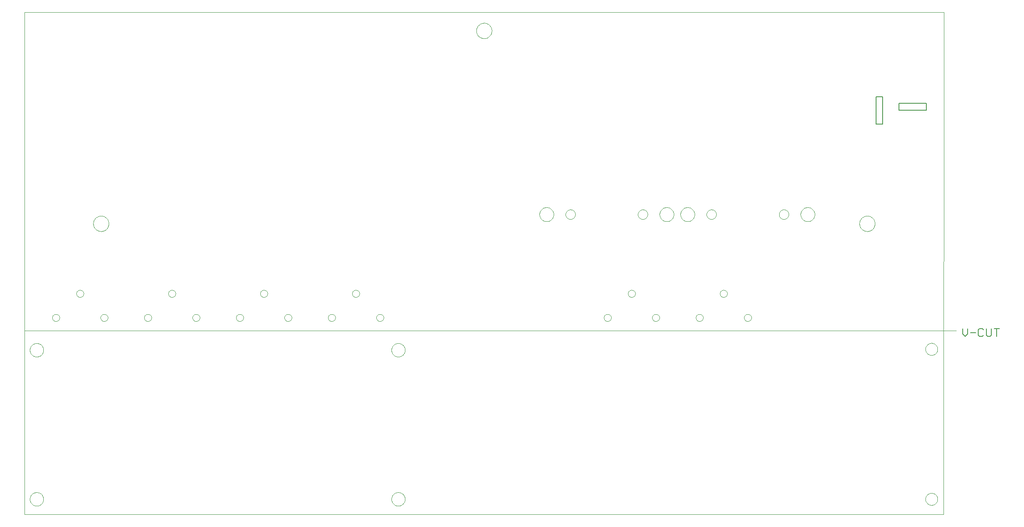
<source format=gbp>
G75*
%MOIN*%
%OFA0B0*%
%FSLAX24Y24*%
%IPPOS*%
%LPD*%
%AMOC8*
5,1,8,0,0,1.08239X$1,22.5*
%
%ADD10C,0.0000*%
%ADD11C,0.0060*%
%ADD12C,0.0050*%
D10*
X000500Y000250D02*
X000500Y015250D01*
X076500Y015250D01*
X074008Y013750D02*
X074010Y013794D01*
X074016Y013838D01*
X074026Y013881D01*
X074039Y013923D01*
X074057Y013963D01*
X074078Y014002D01*
X074102Y014039D01*
X074129Y014074D01*
X074160Y014106D01*
X074193Y014135D01*
X074229Y014161D01*
X074267Y014183D01*
X074307Y014202D01*
X074348Y014218D01*
X074391Y014230D01*
X074434Y014238D01*
X074478Y014242D01*
X074522Y014242D01*
X074566Y014238D01*
X074609Y014230D01*
X074652Y014218D01*
X074693Y014202D01*
X074733Y014183D01*
X074771Y014161D01*
X074807Y014135D01*
X074840Y014106D01*
X074871Y014074D01*
X074898Y014039D01*
X074922Y014002D01*
X074943Y013963D01*
X074961Y013923D01*
X074974Y013881D01*
X074984Y013838D01*
X074990Y013794D01*
X074992Y013750D01*
X074990Y013706D01*
X074984Y013662D01*
X074974Y013619D01*
X074961Y013577D01*
X074943Y013537D01*
X074922Y013498D01*
X074898Y013461D01*
X074871Y013426D01*
X074840Y013394D01*
X074807Y013365D01*
X074771Y013339D01*
X074733Y013317D01*
X074693Y013298D01*
X074652Y013282D01*
X074609Y013270D01*
X074566Y013262D01*
X074522Y013258D01*
X074478Y013258D01*
X074434Y013262D01*
X074391Y013270D01*
X074348Y013282D01*
X074307Y013298D01*
X074267Y013317D01*
X074229Y013339D01*
X074193Y013365D01*
X074160Y013394D01*
X074129Y013426D01*
X074102Y013461D01*
X074078Y013498D01*
X074057Y013537D01*
X074039Y013577D01*
X074026Y013619D01*
X074016Y013662D01*
X074010Y013706D01*
X074008Y013750D01*
X059213Y016313D02*
X059215Y016347D01*
X059221Y016381D01*
X059231Y016414D01*
X059244Y016445D01*
X059262Y016475D01*
X059282Y016503D01*
X059306Y016528D01*
X059332Y016550D01*
X059360Y016568D01*
X059391Y016584D01*
X059423Y016596D01*
X059457Y016604D01*
X059491Y016608D01*
X059525Y016608D01*
X059559Y016604D01*
X059593Y016596D01*
X059625Y016584D01*
X059655Y016568D01*
X059684Y016550D01*
X059710Y016528D01*
X059734Y016503D01*
X059754Y016475D01*
X059772Y016445D01*
X059785Y016414D01*
X059795Y016381D01*
X059801Y016347D01*
X059803Y016313D01*
X059801Y016279D01*
X059795Y016245D01*
X059785Y016212D01*
X059772Y016181D01*
X059754Y016151D01*
X059734Y016123D01*
X059710Y016098D01*
X059684Y016076D01*
X059656Y016058D01*
X059625Y016042D01*
X059593Y016030D01*
X059559Y016022D01*
X059525Y016018D01*
X059491Y016018D01*
X059457Y016022D01*
X059423Y016030D01*
X059391Y016042D01*
X059360Y016058D01*
X059332Y016076D01*
X059306Y016098D01*
X059282Y016123D01*
X059262Y016151D01*
X059244Y016181D01*
X059231Y016212D01*
X059221Y016245D01*
X059215Y016279D01*
X059213Y016313D01*
X055276Y016313D02*
X055278Y016347D01*
X055284Y016381D01*
X055294Y016414D01*
X055307Y016445D01*
X055325Y016475D01*
X055345Y016503D01*
X055369Y016528D01*
X055395Y016550D01*
X055423Y016568D01*
X055454Y016584D01*
X055486Y016596D01*
X055520Y016604D01*
X055554Y016608D01*
X055588Y016608D01*
X055622Y016604D01*
X055656Y016596D01*
X055688Y016584D01*
X055718Y016568D01*
X055747Y016550D01*
X055773Y016528D01*
X055797Y016503D01*
X055817Y016475D01*
X055835Y016445D01*
X055848Y016414D01*
X055858Y016381D01*
X055864Y016347D01*
X055866Y016313D01*
X055864Y016279D01*
X055858Y016245D01*
X055848Y016212D01*
X055835Y016181D01*
X055817Y016151D01*
X055797Y016123D01*
X055773Y016098D01*
X055747Y016076D01*
X055719Y016058D01*
X055688Y016042D01*
X055656Y016030D01*
X055622Y016022D01*
X055588Y016018D01*
X055554Y016018D01*
X055520Y016022D01*
X055486Y016030D01*
X055454Y016042D01*
X055423Y016058D01*
X055395Y016076D01*
X055369Y016098D01*
X055345Y016123D01*
X055325Y016151D01*
X055307Y016181D01*
X055294Y016212D01*
X055284Y016245D01*
X055278Y016279D01*
X055276Y016313D01*
X051713Y016313D02*
X051715Y016347D01*
X051721Y016381D01*
X051731Y016414D01*
X051744Y016445D01*
X051762Y016475D01*
X051782Y016503D01*
X051806Y016528D01*
X051832Y016550D01*
X051860Y016568D01*
X051891Y016584D01*
X051923Y016596D01*
X051957Y016604D01*
X051991Y016608D01*
X052025Y016608D01*
X052059Y016604D01*
X052093Y016596D01*
X052125Y016584D01*
X052155Y016568D01*
X052184Y016550D01*
X052210Y016528D01*
X052234Y016503D01*
X052254Y016475D01*
X052272Y016445D01*
X052285Y016414D01*
X052295Y016381D01*
X052301Y016347D01*
X052303Y016313D01*
X052301Y016279D01*
X052295Y016245D01*
X052285Y016212D01*
X052272Y016181D01*
X052254Y016151D01*
X052234Y016123D01*
X052210Y016098D01*
X052184Y016076D01*
X052156Y016058D01*
X052125Y016042D01*
X052093Y016030D01*
X052059Y016022D01*
X052025Y016018D01*
X051991Y016018D01*
X051957Y016022D01*
X051923Y016030D01*
X051891Y016042D01*
X051860Y016058D01*
X051832Y016076D01*
X051806Y016098D01*
X051782Y016123D01*
X051762Y016151D01*
X051744Y016181D01*
X051731Y016212D01*
X051721Y016245D01*
X051715Y016279D01*
X051713Y016313D01*
X049744Y018281D02*
X049746Y018315D01*
X049752Y018349D01*
X049762Y018382D01*
X049775Y018413D01*
X049793Y018443D01*
X049813Y018471D01*
X049837Y018496D01*
X049863Y018518D01*
X049891Y018536D01*
X049922Y018552D01*
X049954Y018564D01*
X049988Y018572D01*
X050022Y018576D01*
X050056Y018576D01*
X050090Y018572D01*
X050124Y018564D01*
X050156Y018552D01*
X050186Y018536D01*
X050215Y018518D01*
X050241Y018496D01*
X050265Y018471D01*
X050285Y018443D01*
X050303Y018413D01*
X050316Y018382D01*
X050326Y018349D01*
X050332Y018315D01*
X050334Y018281D01*
X050332Y018247D01*
X050326Y018213D01*
X050316Y018180D01*
X050303Y018149D01*
X050285Y018119D01*
X050265Y018091D01*
X050241Y018066D01*
X050215Y018044D01*
X050187Y018026D01*
X050156Y018010D01*
X050124Y017998D01*
X050090Y017990D01*
X050056Y017986D01*
X050022Y017986D01*
X049988Y017990D01*
X049954Y017998D01*
X049922Y018010D01*
X049891Y018026D01*
X049863Y018044D01*
X049837Y018066D01*
X049813Y018091D01*
X049793Y018119D01*
X049775Y018149D01*
X049762Y018180D01*
X049752Y018213D01*
X049746Y018247D01*
X049744Y018281D01*
X047776Y016313D02*
X047778Y016347D01*
X047784Y016381D01*
X047794Y016414D01*
X047807Y016445D01*
X047825Y016475D01*
X047845Y016503D01*
X047869Y016528D01*
X047895Y016550D01*
X047923Y016568D01*
X047954Y016584D01*
X047986Y016596D01*
X048020Y016604D01*
X048054Y016608D01*
X048088Y016608D01*
X048122Y016604D01*
X048156Y016596D01*
X048188Y016584D01*
X048218Y016568D01*
X048247Y016550D01*
X048273Y016528D01*
X048297Y016503D01*
X048317Y016475D01*
X048335Y016445D01*
X048348Y016414D01*
X048358Y016381D01*
X048364Y016347D01*
X048366Y016313D01*
X048364Y016279D01*
X048358Y016245D01*
X048348Y016212D01*
X048335Y016181D01*
X048317Y016151D01*
X048297Y016123D01*
X048273Y016098D01*
X048247Y016076D01*
X048219Y016058D01*
X048188Y016042D01*
X048156Y016030D01*
X048122Y016022D01*
X048088Y016018D01*
X048054Y016018D01*
X048020Y016022D01*
X047986Y016030D01*
X047954Y016042D01*
X047923Y016058D01*
X047895Y016076D01*
X047869Y016098D01*
X047845Y016123D01*
X047825Y016151D01*
X047807Y016181D01*
X047794Y016212D01*
X047784Y016245D01*
X047778Y016279D01*
X047776Y016313D01*
X057244Y018281D02*
X057246Y018315D01*
X057252Y018349D01*
X057262Y018382D01*
X057275Y018413D01*
X057293Y018443D01*
X057313Y018471D01*
X057337Y018496D01*
X057363Y018518D01*
X057391Y018536D01*
X057422Y018552D01*
X057454Y018564D01*
X057488Y018572D01*
X057522Y018576D01*
X057556Y018576D01*
X057590Y018572D01*
X057624Y018564D01*
X057656Y018552D01*
X057686Y018536D01*
X057715Y018518D01*
X057741Y018496D01*
X057765Y018471D01*
X057785Y018443D01*
X057803Y018413D01*
X057816Y018382D01*
X057826Y018349D01*
X057832Y018315D01*
X057834Y018281D01*
X057832Y018247D01*
X057826Y018213D01*
X057816Y018180D01*
X057803Y018149D01*
X057785Y018119D01*
X057765Y018091D01*
X057741Y018066D01*
X057715Y018044D01*
X057687Y018026D01*
X057656Y018010D01*
X057624Y017998D01*
X057590Y017990D01*
X057556Y017986D01*
X057522Y017986D01*
X057488Y017990D01*
X057454Y017998D01*
X057422Y018010D01*
X057391Y018026D01*
X057363Y018044D01*
X057337Y018066D01*
X057313Y018091D01*
X057293Y018119D01*
X057275Y018149D01*
X057262Y018180D01*
X057252Y018213D01*
X057246Y018247D01*
X057244Y018281D01*
X056151Y024750D02*
X056153Y024789D01*
X056159Y024828D01*
X056169Y024866D01*
X056182Y024903D01*
X056199Y024938D01*
X056219Y024972D01*
X056243Y025003D01*
X056270Y025032D01*
X056299Y025058D01*
X056331Y025081D01*
X056365Y025101D01*
X056401Y025117D01*
X056438Y025129D01*
X056477Y025138D01*
X056516Y025143D01*
X056555Y025144D01*
X056594Y025141D01*
X056633Y025134D01*
X056670Y025123D01*
X056707Y025109D01*
X056742Y025091D01*
X056775Y025070D01*
X056806Y025045D01*
X056834Y025018D01*
X056859Y024988D01*
X056881Y024955D01*
X056900Y024921D01*
X056915Y024885D01*
X056927Y024847D01*
X056935Y024809D01*
X056939Y024770D01*
X056939Y024730D01*
X056935Y024691D01*
X056927Y024653D01*
X056915Y024615D01*
X056900Y024579D01*
X056881Y024545D01*
X056859Y024512D01*
X056834Y024482D01*
X056806Y024455D01*
X056775Y024430D01*
X056742Y024409D01*
X056707Y024391D01*
X056670Y024377D01*
X056633Y024366D01*
X056594Y024359D01*
X056555Y024356D01*
X056516Y024357D01*
X056477Y024362D01*
X056438Y024371D01*
X056401Y024383D01*
X056365Y024399D01*
X056331Y024419D01*
X056299Y024442D01*
X056270Y024468D01*
X056243Y024497D01*
X056219Y024528D01*
X056199Y024562D01*
X056182Y024597D01*
X056169Y024634D01*
X056159Y024672D01*
X056153Y024711D01*
X056151Y024750D01*
X054025Y024750D02*
X054027Y024797D01*
X054033Y024845D01*
X054043Y024891D01*
X054056Y024937D01*
X054073Y024981D01*
X054094Y025024D01*
X054119Y025064D01*
X054146Y025103D01*
X054177Y025139D01*
X054211Y025173D01*
X054247Y025204D01*
X054286Y025231D01*
X054326Y025256D01*
X054369Y025277D01*
X054413Y025294D01*
X054459Y025307D01*
X054505Y025317D01*
X054553Y025323D01*
X054600Y025325D01*
X054647Y025323D01*
X054695Y025317D01*
X054741Y025307D01*
X054787Y025294D01*
X054831Y025277D01*
X054874Y025256D01*
X054914Y025231D01*
X054953Y025204D01*
X054989Y025173D01*
X055023Y025139D01*
X055054Y025103D01*
X055081Y025064D01*
X055106Y025024D01*
X055127Y024981D01*
X055144Y024937D01*
X055157Y024891D01*
X055167Y024845D01*
X055173Y024797D01*
X055175Y024750D01*
X055173Y024703D01*
X055167Y024655D01*
X055157Y024609D01*
X055144Y024563D01*
X055127Y024519D01*
X055106Y024476D01*
X055081Y024436D01*
X055054Y024397D01*
X055023Y024361D01*
X054989Y024327D01*
X054953Y024296D01*
X054914Y024269D01*
X054874Y024244D01*
X054831Y024223D01*
X054787Y024206D01*
X054741Y024193D01*
X054695Y024183D01*
X054647Y024177D01*
X054600Y024175D01*
X054553Y024177D01*
X054505Y024183D01*
X054459Y024193D01*
X054413Y024206D01*
X054369Y024223D01*
X054326Y024244D01*
X054286Y024269D01*
X054247Y024296D01*
X054211Y024327D01*
X054177Y024361D01*
X054146Y024397D01*
X054119Y024436D01*
X054094Y024476D01*
X054073Y024519D01*
X054056Y024563D01*
X054043Y024609D01*
X054033Y024655D01*
X054027Y024703D01*
X054025Y024750D01*
X052325Y024750D02*
X052327Y024797D01*
X052333Y024845D01*
X052343Y024891D01*
X052356Y024937D01*
X052373Y024981D01*
X052394Y025024D01*
X052419Y025064D01*
X052446Y025103D01*
X052477Y025139D01*
X052511Y025173D01*
X052547Y025204D01*
X052586Y025231D01*
X052626Y025256D01*
X052669Y025277D01*
X052713Y025294D01*
X052759Y025307D01*
X052805Y025317D01*
X052853Y025323D01*
X052900Y025325D01*
X052947Y025323D01*
X052995Y025317D01*
X053041Y025307D01*
X053087Y025294D01*
X053131Y025277D01*
X053174Y025256D01*
X053214Y025231D01*
X053253Y025204D01*
X053289Y025173D01*
X053323Y025139D01*
X053354Y025103D01*
X053381Y025064D01*
X053406Y025024D01*
X053427Y024981D01*
X053444Y024937D01*
X053457Y024891D01*
X053467Y024845D01*
X053473Y024797D01*
X053475Y024750D01*
X053473Y024703D01*
X053467Y024655D01*
X053457Y024609D01*
X053444Y024563D01*
X053427Y024519D01*
X053406Y024476D01*
X053381Y024436D01*
X053354Y024397D01*
X053323Y024361D01*
X053289Y024327D01*
X053253Y024296D01*
X053214Y024269D01*
X053174Y024244D01*
X053131Y024223D01*
X053087Y024206D01*
X053041Y024193D01*
X052995Y024183D01*
X052947Y024177D01*
X052900Y024175D01*
X052853Y024177D01*
X052805Y024183D01*
X052759Y024193D01*
X052713Y024206D01*
X052669Y024223D01*
X052626Y024244D01*
X052586Y024269D01*
X052547Y024296D01*
X052511Y024327D01*
X052477Y024361D01*
X052446Y024397D01*
X052419Y024436D01*
X052394Y024476D01*
X052373Y024519D01*
X052356Y024563D01*
X052343Y024609D01*
X052333Y024655D01*
X052327Y024703D01*
X052325Y024750D01*
X050551Y024750D02*
X050553Y024789D01*
X050559Y024828D01*
X050569Y024866D01*
X050582Y024903D01*
X050599Y024938D01*
X050619Y024972D01*
X050643Y025003D01*
X050670Y025032D01*
X050699Y025058D01*
X050731Y025081D01*
X050765Y025101D01*
X050801Y025117D01*
X050838Y025129D01*
X050877Y025138D01*
X050916Y025143D01*
X050955Y025144D01*
X050994Y025141D01*
X051033Y025134D01*
X051070Y025123D01*
X051107Y025109D01*
X051142Y025091D01*
X051175Y025070D01*
X051206Y025045D01*
X051234Y025018D01*
X051259Y024988D01*
X051281Y024955D01*
X051300Y024921D01*
X051315Y024885D01*
X051327Y024847D01*
X051335Y024809D01*
X051339Y024770D01*
X051339Y024730D01*
X051335Y024691D01*
X051327Y024653D01*
X051315Y024615D01*
X051300Y024579D01*
X051281Y024545D01*
X051259Y024512D01*
X051234Y024482D01*
X051206Y024455D01*
X051175Y024430D01*
X051142Y024409D01*
X051107Y024391D01*
X051070Y024377D01*
X051033Y024366D01*
X050994Y024359D01*
X050955Y024356D01*
X050916Y024357D01*
X050877Y024362D01*
X050838Y024371D01*
X050801Y024383D01*
X050765Y024399D01*
X050731Y024419D01*
X050699Y024442D01*
X050670Y024468D01*
X050643Y024497D01*
X050619Y024528D01*
X050599Y024562D01*
X050582Y024597D01*
X050569Y024634D01*
X050559Y024672D01*
X050553Y024711D01*
X050551Y024750D01*
X044651Y024750D02*
X044653Y024789D01*
X044659Y024828D01*
X044669Y024866D01*
X044682Y024903D01*
X044699Y024938D01*
X044719Y024972D01*
X044743Y025003D01*
X044770Y025032D01*
X044799Y025058D01*
X044831Y025081D01*
X044865Y025101D01*
X044901Y025117D01*
X044938Y025129D01*
X044977Y025138D01*
X045016Y025143D01*
X045055Y025144D01*
X045094Y025141D01*
X045133Y025134D01*
X045170Y025123D01*
X045207Y025109D01*
X045242Y025091D01*
X045275Y025070D01*
X045306Y025045D01*
X045334Y025018D01*
X045359Y024988D01*
X045381Y024955D01*
X045400Y024921D01*
X045415Y024885D01*
X045427Y024847D01*
X045435Y024809D01*
X045439Y024770D01*
X045439Y024730D01*
X045435Y024691D01*
X045427Y024653D01*
X045415Y024615D01*
X045400Y024579D01*
X045381Y024545D01*
X045359Y024512D01*
X045334Y024482D01*
X045306Y024455D01*
X045275Y024430D01*
X045242Y024409D01*
X045207Y024391D01*
X045170Y024377D01*
X045133Y024366D01*
X045094Y024359D01*
X045055Y024356D01*
X045016Y024357D01*
X044977Y024362D01*
X044938Y024371D01*
X044901Y024383D01*
X044865Y024399D01*
X044831Y024419D01*
X044799Y024442D01*
X044770Y024468D01*
X044743Y024497D01*
X044719Y024528D01*
X044699Y024562D01*
X044682Y024597D01*
X044669Y024634D01*
X044659Y024672D01*
X044653Y024711D01*
X044651Y024750D01*
X042525Y024750D02*
X042527Y024797D01*
X042533Y024845D01*
X042543Y024891D01*
X042556Y024937D01*
X042573Y024981D01*
X042594Y025024D01*
X042619Y025064D01*
X042646Y025103D01*
X042677Y025139D01*
X042711Y025173D01*
X042747Y025204D01*
X042786Y025231D01*
X042826Y025256D01*
X042869Y025277D01*
X042913Y025294D01*
X042959Y025307D01*
X043005Y025317D01*
X043053Y025323D01*
X043100Y025325D01*
X043147Y025323D01*
X043195Y025317D01*
X043241Y025307D01*
X043287Y025294D01*
X043331Y025277D01*
X043374Y025256D01*
X043414Y025231D01*
X043453Y025204D01*
X043489Y025173D01*
X043523Y025139D01*
X043554Y025103D01*
X043581Y025064D01*
X043606Y025024D01*
X043627Y024981D01*
X043644Y024937D01*
X043657Y024891D01*
X043667Y024845D01*
X043673Y024797D01*
X043675Y024750D01*
X043673Y024703D01*
X043667Y024655D01*
X043657Y024609D01*
X043644Y024563D01*
X043627Y024519D01*
X043606Y024476D01*
X043581Y024436D01*
X043554Y024397D01*
X043523Y024361D01*
X043489Y024327D01*
X043453Y024296D01*
X043414Y024269D01*
X043374Y024244D01*
X043331Y024223D01*
X043287Y024206D01*
X043241Y024193D01*
X043195Y024183D01*
X043147Y024177D01*
X043100Y024175D01*
X043053Y024177D01*
X043005Y024183D01*
X042959Y024193D01*
X042913Y024206D01*
X042869Y024223D01*
X042826Y024244D01*
X042786Y024269D01*
X042747Y024296D01*
X042711Y024327D01*
X042677Y024361D01*
X042646Y024397D01*
X042619Y024436D01*
X042594Y024476D01*
X042573Y024519D01*
X042556Y024563D01*
X042543Y024609D01*
X042533Y024655D01*
X042527Y024703D01*
X042525Y024750D01*
X027244Y018281D02*
X027246Y018315D01*
X027252Y018349D01*
X027262Y018382D01*
X027275Y018413D01*
X027293Y018443D01*
X027313Y018471D01*
X027337Y018496D01*
X027363Y018518D01*
X027391Y018536D01*
X027422Y018552D01*
X027454Y018564D01*
X027488Y018572D01*
X027522Y018576D01*
X027556Y018576D01*
X027590Y018572D01*
X027624Y018564D01*
X027656Y018552D01*
X027686Y018536D01*
X027715Y018518D01*
X027741Y018496D01*
X027765Y018471D01*
X027785Y018443D01*
X027803Y018413D01*
X027816Y018382D01*
X027826Y018349D01*
X027832Y018315D01*
X027834Y018281D01*
X027832Y018247D01*
X027826Y018213D01*
X027816Y018180D01*
X027803Y018149D01*
X027785Y018119D01*
X027765Y018091D01*
X027741Y018066D01*
X027715Y018044D01*
X027687Y018026D01*
X027656Y018010D01*
X027624Y017998D01*
X027590Y017990D01*
X027556Y017986D01*
X027522Y017986D01*
X027488Y017990D01*
X027454Y017998D01*
X027422Y018010D01*
X027391Y018026D01*
X027363Y018044D01*
X027337Y018066D01*
X027313Y018091D01*
X027293Y018119D01*
X027275Y018149D01*
X027262Y018180D01*
X027252Y018213D01*
X027246Y018247D01*
X027244Y018281D01*
X025276Y016313D02*
X025278Y016347D01*
X025284Y016381D01*
X025294Y016414D01*
X025307Y016445D01*
X025325Y016475D01*
X025345Y016503D01*
X025369Y016528D01*
X025395Y016550D01*
X025423Y016568D01*
X025454Y016584D01*
X025486Y016596D01*
X025520Y016604D01*
X025554Y016608D01*
X025588Y016608D01*
X025622Y016604D01*
X025656Y016596D01*
X025688Y016584D01*
X025718Y016568D01*
X025747Y016550D01*
X025773Y016528D01*
X025797Y016503D01*
X025817Y016475D01*
X025835Y016445D01*
X025848Y016414D01*
X025858Y016381D01*
X025864Y016347D01*
X025866Y016313D01*
X025864Y016279D01*
X025858Y016245D01*
X025848Y016212D01*
X025835Y016181D01*
X025817Y016151D01*
X025797Y016123D01*
X025773Y016098D01*
X025747Y016076D01*
X025719Y016058D01*
X025688Y016042D01*
X025656Y016030D01*
X025622Y016022D01*
X025588Y016018D01*
X025554Y016018D01*
X025520Y016022D01*
X025486Y016030D01*
X025454Y016042D01*
X025423Y016058D01*
X025395Y016076D01*
X025369Y016098D01*
X025345Y016123D01*
X025325Y016151D01*
X025307Y016181D01*
X025294Y016212D01*
X025284Y016245D01*
X025278Y016279D01*
X025276Y016313D01*
X021713Y016313D02*
X021715Y016347D01*
X021721Y016381D01*
X021731Y016414D01*
X021744Y016445D01*
X021762Y016475D01*
X021782Y016503D01*
X021806Y016528D01*
X021832Y016550D01*
X021860Y016568D01*
X021891Y016584D01*
X021923Y016596D01*
X021957Y016604D01*
X021991Y016608D01*
X022025Y016608D01*
X022059Y016604D01*
X022093Y016596D01*
X022125Y016584D01*
X022155Y016568D01*
X022184Y016550D01*
X022210Y016528D01*
X022234Y016503D01*
X022254Y016475D01*
X022272Y016445D01*
X022285Y016414D01*
X022295Y016381D01*
X022301Y016347D01*
X022303Y016313D01*
X022301Y016279D01*
X022295Y016245D01*
X022285Y016212D01*
X022272Y016181D01*
X022254Y016151D01*
X022234Y016123D01*
X022210Y016098D01*
X022184Y016076D01*
X022156Y016058D01*
X022125Y016042D01*
X022093Y016030D01*
X022059Y016022D01*
X022025Y016018D01*
X021991Y016018D01*
X021957Y016022D01*
X021923Y016030D01*
X021891Y016042D01*
X021860Y016058D01*
X021832Y016076D01*
X021806Y016098D01*
X021782Y016123D01*
X021762Y016151D01*
X021744Y016181D01*
X021731Y016212D01*
X021721Y016245D01*
X021715Y016279D01*
X021713Y016313D01*
X019744Y018281D02*
X019746Y018315D01*
X019752Y018349D01*
X019762Y018382D01*
X019775Y018413D01*
X019793Y018443D01*
X019813Y018471D01*
X019837Y018496D01*
X019863Y018518D01*
X019891Y018536D01*
X019922Y018552D01*
X019954Y018564D01*
X019988Y018572D01*
X020022Y018576D01*
X020056Y018576D01*
X020090Y018572D01*
X020124Y018564D01*
X020156Y018552D01*
X020186Y018536D01*
X020215Y018518D01*
X020241Y018496D01*
X020265Y018471D01*
X020285Y018443D01*
X020303Y018413D01*
X020316Y018382D01*
X020326Y018349D01*
X020332Y018315D01*
X020334Y018281D01*
X020332Y018247D01*
X020326Y018213D01*
X020316Y018180D01*
X020303Y018149D01*
X020285Y018119D01*
X020265Y018091D01*
X020241Y018066D01*
X020215Y018044D01*
X020187Y018026D01*
X020156Y018010D01*
X020124Y017998D01*
X020090Y017990D01*
X020056Y017986D01*
X020022Y017986D01*
X019988Y017990D01*
X019954Y017998D01*
X019922Y018010D01*
X019891Y018026D01*
X019863Y018044D01*
X019837Y018066D01*
X019813Y018091D01*
X019793Y018119D01*
X019775Y018149D01*
X019762Y018180D01*
X019752Y018213D01*
X019746Y018247D01*
X019744Y018281D01*
X017776Y016313D02*
X017778Y016347D01*
X017784Y016381D01*
X017794Y016414D01*
X017807Y016445D01*
X017825Y016475D01*
X017845Y016503D01*
X017869Y016528D01*
X017895Y016550D01*
X017923Y016568D01*
X017954Y016584D01*
X017986Y016596D01*
X018020Y016604D01*
X018054Y016608D01*
X018088Y016608D01*
X018122Y016604D01*
X018156Y016596D01*
X018188Y016584D01*
X018218Y016568D01*
X018247Y016550D01*
X018273Y016528D01*
X018297Y016503D01*
X018317Y016475D01*
X018335Y016445D01*
X018348Y016414D01*
X018358Y016381D01*
X018364Y016347D01*
X018366Y016313D01*
X018364Y016279D01*
X018358Y016245D01*
X018348Y016212D01*
X018335Y016181D01*
X018317Y016151D01*
X018297Y016123D01*
X018273Y016098D01*
X018247Y016076D01*
X018219Y016058D01*
X018188Y016042D01*
X018156Y016030D01*
X018122Y016022D01*
X018088Y016018D01*
X018054Y016018D01*
X018020Y016022D01*
X017986Y016030D01*
X017954Y016042D01*
X017923Y016058D01*
X017895Y016076D01*
X017869Y016098D01*
X017845Y016123D01*
X017825Y016151D01*
X017807Y016181D01*
X017794Y016212D01*
X017784Y016245D01*
X017778Y016279D01*
X017776Y016313D01*
X014213Y016313D02*
X014215Y016347D01*
X014221Y016381D01*
X014231Y016414D01*
X014244Y016445D01*
X014262Y016475D01*
X014282Y016503D01*
X014306Y016528D01*
X014332Y016550D01*
X014360Y016568D01*
X014391Y016584D01*
X014423Y016596D01*
X014457Y016604D01*
X014491Y016608D01*
X014525Y016608D01*
X014559Y016604D01*
X014593Y016596D01*
X014625Y016584D01*
X014655Y016568D01*
X014684Y016550D01*
X014710Y016528D01*
X014734Y016503D01*
X014754Y016475D01*
X014772Y016445D01*
X014785Y016414D01*
X014795Y016381D01*
X014801Y016347D01*
X014803Y016313D01*
X014801Y016279D01*
X014795Y016245D01*
X014785Y016212D01*
X014772Y016181D01*
X014754Y016151D01*
X014734Y016123D01*
X014710Y016098D01*
X014684Y016076D01*
X014656Y016058D01*
X014625Y016042D01*
X014593Y016030D01*
X014559Y016022D01*
X014525Y016018D01*
X014491Y016018D01*
X014457Y016022D01*
X014423Y016030D01*
X014391Y016042D01*
X014360Y016058D01*
X014332Y016076D01*
X014306Y016098D01*
X014282Y016123D01*
X014262Y016151D01*
X014244Y016181D01*
X014231Y016212D01*
X014221Y016245D01*
X014215Y016279D01*
X014213Y016313D01*
X010276Y016313D02*
X010278Y016347D01*
X010284Y016381D01*
X010294Y016414D01*
X010307Y016445D01*
X010325Y016475D01*
X010345Y016503D01*
X010369Y016528D01*
X010395Y016550D01*
X010423Y016568D01*
X010454Y016584D01*
X010486Y016596D01*
X010520Y016604D01*
X010554Y016608D01*
X010588Y016608D01*
X010622Y016604D01*
X010656Y016596D01*
X010688Y016584D01*
X010718Y016568D01*
X010747Y016550D01*
X010773Y016528D01*
X010797Y016503D01*
X010817Y016475D01*
X010835Y016445D01*
X010848Y016414D01*
X010858Y016381D01*
X010864Y016347D01*
X010866Y016313D01*
X010864Y016279D01*
X010858Y016245D01*
X010848Y016212D01*
X010835Y016181D01*
X010817Y016151D01*
X010797Y016123D01*
X010773Y016098D01*
X010747Y016076D01*
X010719Y016058D01*
X010688Y016042D01*
X010656Y016030D01*
X010622Y016022D01*
X010588Y016018D01*
X010554Y016018D01*
X010520Y016022D01*
X010486Y016030D01*
X010454Y016042D01*
X010423Y016058D01*
X010395Y016076D01*
X010369Y016098D01*
X010345Y016123D01*
X010325Y016151D01*
X010307Y016181D01*
X010294Y016212D01*
X010284Y016245D01*
X010278Y016279D01*
X010276Y016313D01*
X006713Y016313D02*
X006715Y016347D01*
X006721Y016381D01*
X006731Y016414D01*
X006744Y016445D01*
X006762Y016475D01*
X006782Y016503D01*
X006806Y016528D01*
X006832Y016550D01*
X006860Y016568D01*
X006891Y016584D01*
X006923Y016596D01*
X006957Y016604D01*
X006991Y016608D01*
X007025Y016608D01*
X007059Y016604D01*
X007093Y016596D01*
X007125Y016584D01*
X007155Y016568D01*
X007184Y016550D01*
X007210Y016528D01*
X007234Y016503D01*
X007254Y016475D01*
X007272Y016445D01*
X007285Y016414D01*
X007295Y016381D01*
X007301Y016347D01*
X007303Y016313D01*
X007301Y016279D01*
X007295Y016245D01*
X007285Y016212D01*
X007272Y016181D01*
X007254Y016151D01*
X007234Y016123D01*
X007210Y016098D01*
X007184Y016076D01*
X007156Y016058D01*
X007125Y016042D01*
X007093Y016030D01*
X007059Y016022D01*
X007025Y016018D01*
X006991Y016018D01*
X006957Y016022D01*
X006923Y016030D01*
X006891Y016042D01*
X006860Y016058D01*
X006832Y016076D01*
X006806Y016098D01*
X006782Y016123D01*
X006762Y016151D01*
X006744Y016181D01*
X006731Y016212D01*
X006721Y016245D01*
X006715Y016279D01*
X006713Y016313D01*
X004744Y018281D02*
X004746Y018315D01*
X004752Y018349D01*
X004762Y018382D01*
X004775Y018413D01*
X004793Y018443D01*
X004813Y018471D01*
X004837Y018496D01*
X004863Y018518D01*
X004891Y018536D01*
X004922Y018552D01*
X004954Y018564D01*
X004988Y018572D01*
X005022Y018576D01*
X005056Y018576D01*
X005090Y018572D01*
X005124Y018564D01*
X005156Y018552D01*
X005186Y018536D01*
X005215Y018518D01*
X005241Y018496D01*
X005265Y018471D01*
X005285Y018443D01*
X005303Y018413D01*
X005316Y018382D01*
X005326Y018349D01*
X005332Y018315D01*
X005334Y018281D01*
X005332Y018247D01*
X005326Y018213D01*
X005316Y018180D01*
X005303Y018149D01*
X005285Y018119D01*
X005265Y018091D01*
X005241Y018066D01*
X005215Y018044D01*
X005187Y018026D01*
X005156Y018010D01*
X005124Y017998D01*
X005090Y017990D01*
X005056Y017986D01*
X005022Y017986D01*
X004988Y017990D01*
X004954Y017998D01*
X004922Y018010D01*
X004891Y018026D01*
X004863Y018044D01*
X004837Y018066D01*
X004813Y018091D01*
X004793Y018119D01*
X004775Y018149D01*
X004762Y018180D01*
X004752Y018213D01*
X004746Y018247D01*
X004744Y018281D01*
X002776Y016313D02*
X002778Y016347D01*
X002784Y016381D01*
X002794Y016414D01*
X002807Y016445D01*
X002825Y016475D01*
X002845Y016503D01*
X002869Y016528D01*
X002895Y016550D01*
X002923Y016568D01*
X002954Y016584D01*
X002986Y016596D01*
X003020Y016604D01*
X003054Y016608D01*
X003088Y016608D01*
X003122Y016604D01*
X003156Y016596D01*
X003188Y016584D01*
X003218Y016568D01*
X003247Y016550D01*
X003273Y016528D01*
X003297Y016503D01*
X003317Y016475D01*
X003335Y016445D01*
X003348Y016414D01*
X003358Y016381D01*
X003364Y016347D01*
X003366Y016313D01*
X003364Y016279D01*
X003358Y016245D01*
X003348Y016212D01*
X003335Y016181D01*
X003317Y016151D01*
X003297Y016123D01*
X003273Y016098D01*
X003247Y016076D01*
X003219Y016058D01*
X003188Y016042D01*
X003156Y016030D01*
X003122Y016022D01*
X003088Y016018D01*
X003054Y016018D01*
X003020Y016022D01*
X002986Y016030D01*
X002954Y016042D01*
X002923Y016058D01*
X002895Y016076D01*
X002869Y016098D01*
X002845Y016123D01*
X002825Y016151D01*
X002807Y016181D01*
X002794Y016212D01*
X002784Y016245D01*
X002778Y016279D01*
X002776Y016313D01*
X000500Y015250D02*
X000500Y041250D01*
X075500Y041250D01*
X075492Y000250D01*
X000500Y000250D01*
X000949Y001500D02*
X000951Y001547D01*
X000957Y001593D01*
X000967Y001639D01*
X000980Y001684D01*
X000998Y001727D01*
X001019Y001769D01*
X001043Y001809D01*
X001071Y001846D01*
X001102Y001881D01*
X001136Y001914D01*
X001172Y001943D01*
X001211Y001969D01*
X001252Y001992D01*
X001295Y002011D01*
X001339Y002027D01*
X001384Y002039D01*
X001430Y002047D01*
X001477Y002051D01*
X001523Y002051D01*
X001570Y002047D01*
X001616Y002039D01*
X001661Y002027D01*
X001705Y002011D01*
X001748Y001992D01*
X001789Y001969D01*
X001828Y001943D01*
X001864Y001914D01*
X001898Y001881D01*
X001929Y001846D01*
X001957Y001809D01*
X001981Y001769D01*
X002002Y001727D01*
X002020Y001684D01*
X002033Y001639D01*
X002043Y001593D01*
X002049Y001547D01*
X002051Y001500D01*
X002049Y001453D01*
X002043Y001407D01*
X002033Y001361D01*
X002020Y001316D01*
X002002Y001273D01*
X001981Y001231D01*
X001957Y001191D01*
X001929Y001154D01*
X001898Y001119D01*
X001864Y001086D01*
X001828Y001057D01*
X001789Y001031D01*
X001748Y001008D01*
X001705Y000989D01*
X001661Y000973D01*
X001616Y000961D01*
X001570Y000953D01*
X001523Y000949D01*
X001477Y000949D01*
X001430Y000953D01*
X001384Y000961D01*
X001339Y000973D01*
X001295Y000989D01*
X001252Y001008D01*
X001211Y001031D01*
X001172Y001057D01*
X001136Y001086D01*
X001102Y001119D01*
X001071Y001154D01*
X001043Y001191D01*
X001019Y001231D01*
X000998Y001273D01*
X000980Y001316D01*
X000967Y001361D01*
X000957Y001407D01*
X000951Y001453D01*
X000949Y001500D01*
X000949Y013673D02*
X000951Y013720D01*
X000957Y013766D01*
X000967Y013812D01*
X000980Y013857D01*
X000998Y013900D01*
X001019Y013942D01*
X001043Y013982D01*
X001071Y014019D01*
X001102Y014054D01*
X001136Y014087D01*
X001172Y014116D01*
X001211Y014142D01*
X001252Y014165D01*
X001295Y014184D01*
X001339Y014200D01*
X001384Y014212D01*
X001430Y014220D01*
X001477Y014224D01*
X001523Y014224D01*
X001570Y014220D01*
X001616Y014212D01*
X001661Y014200D01*
X001705Y014184D01*
X001748Y014165D01*
X001789Y014142D01*
X001828Y014116D01*
X001864Y014087D01*
X001898Y014054D01*
X001929Y014019D01*
X001957Y013982D01*
X001981Y013942D01*
X002002Y013900D01*
X002020Y013857D01*
X002033Y013812D01*
X002043Y013766D01*
X002049Y013720D01*
X002051Y013673D01*
X002049Y013626D01*
X002043Y013580D01*
X002033Y013534D01*
X002020Y013489D01*
X002002Y013446D01*
X001981Y013404D01*
X001957Y013364D01*
X001929Y013327D01*
X001898Y013292D01*
X001864Y013259D01*
X001828Y013230D01*
X001789Y013204D01*
X001748Y013181D01*
X001705Y013162D01*
X001661Y013146D01*
X001616Y013134D01*
X001570Y013126D01*
X001523Y013122D01*
X001477Y013122D01*
X001430Y013126D01*
X001384Y013134D01*
X001339Y013146D01*
X001295Y013162D01*
X001252Y013181D01*
X001211Y013204D01*
X001172Y013230D01*
X001136Y013259D01*
X001102Y013292D01*
X001071Y013327D01*
X001043Y013364D01*
X001019Y013404D01*
X000998Y013446D01*
X000980Y013489D01*
X000967Y013534D01*
X000957Y013580D01*
X000951Y013626D01*
X000949Y013673D01*
X012244Y018281D02*
X012246Y018315D01*
X012252Y018349D01*
X012262Y018382D01*
X012275Y018413D01*
X012293Y018443D01*
X012313Y018471D01*
X012337Y018496D01*
X012363Y018518D01*
X012391Y018536D01*
X012422Y018552D01*
X012454Y018564D01*
X012488Y018572D01*
X012522Y018576D01*
X012556Y018576D01*
X012590Y018572D01*
X012624Y018564D01*
X012656Y018552D01*
X012686Y018536D01*
X012715Y018518D01*
X012741Y018496D01*
X012765Y018471D01*
X012785Y018443D01*
X012803Y018413D01*
X012816Y018382D01*
X012826Y018349D01*
X012832Y018315D01*
X012834Y018281D01*
X012832Y018247D01*
X012826Y018213D01*
X012816Y018180D01*
X012803Y018149D01*
X012785Y018119D01*
X012765Y018091D01*
X012741Y018066D01*
X012715Y018044D01*
X012687Y018026D01*
X012656Y018010D01*
X012624Y017998D01*
X012590Y017990D01*
X012556Y017986D01*
X012522Y017986D01*
X012488Y017990D01*
X012454Y017998D01*
X012422Y018010D01*
X012391Y018026D01*
X012363Y018044D01*
X012337Y018066D01*
X012313Y018091D01*
X012293Y018119D01*
X012275Y018149D01*
X012262Y018180D01*
X012252Y018213D01*
X012246Y018247D01*
X012244Y018281D01*
X006120Y024000D02*
X006122Y024050D01*
X006128Y024100D01*
X006138Y024149D01*
X006152Y024197D01*
X006169Y024244D01*
X006190Y024289D01*
X006215Y024333D01*
X006243Y024374D01*
X006275Y024413D01*
X006309Y024450D01*
X006346Y024484D01*
X006386Y024514D01*
X006428Y024541D01*
X006472Y024565D01*
X006518Y024586D01*
X006565Y024602D01*
X006613Y024615D01*
X006663Y024624D01*
X006712Y024629D01*
X006763Y024630D01*
X006813Y024627D01*
X006862Y024620D01*
X006911Y024609D01*
X006959Y024594D01*
X007005Y024576D01*
X007050Y024554D01*
X007093Y024528D01*
X007134Y024499D01*
X007173Y024467D01*
X007209Y024432D01*
X007241Y024394D01*
X007271Y024354D01*
X007298Y024311D01*
X007321Y024267D01*
X007340Y024221D01*
X007356Y024173D01*
X007368Y024124D01*
X007376Y024075D01*
X007380Y024025D01*
X007380Y023975D01*
X007376Y023925D01*
X007368Y023876D01*
X007356Y023827D01*
X007340Y023779D01*
X007321Y023733D01*
X007298Y023689D01*
X007271Y023646D01*
X007241Y023606D01*
X007209Y023568D01*
X007173Y023533D01*
X007134Y023501D01*
X007093Y023472D01*
X007050Y023446D01*
X007005Y023424D01*
X006959Y023406D01*
X006911Y023391D01*
X006862Y023380D01*
X006813Y023373D01*
X006763Y023370D01*
X006712Y023371D01*
X006663Y023376D01*
X006613Y023385D01*
X006565Y023398D01*
X006518Y023414D01*
X006472Y023435D01*
X006428Y023459D01*
X006386Y023486D01*
X006346Y023516D01*
X006309Y023550D01*
X006275Y023587D01*
X006243Y023626D01*
X006215Y023667D01*
X006190Y023711D01*
X006169Y023756D01*
X006152Y023803D01*
X006138Y023851D01*
X006128Y023900D01*
X006122Y023950D01*
X006120Y024000D01*
X029213Y016313D02*
X029215Y016347D01*
X029221Y016381D01*
X029231Y016414D01*
X029244Y016445D01*
X029262Y016475D01*
X029282Y016503D01*
X029306Y016528D01*
X029332Y016550D01*
X029360Y016568D01*
X029391Y016584D01*
X029423Y016596D01*
X029457Y016604D01*
X029491Y016608D01*
X029525Y016608D01*
X029559Y016604D01*
X029593Y016596D01*
X029625Y016584D01*
X029655Y016568D01*
X029684Y016550D01*
X029710Y016528D01*
X029734Y016503D01*
X029754Y016475D01*
X029772Y016445D01*
X029785Y016414D01*
X029795Y016381D01*
X029801Y016347D01*
X029803Y016313D01*
X029801Y016279D01*
X029795Y016245D01*
X029785Y016212D01*
X029772Y016181D01*
X029754Y016151D01*
X029734Y016123D01*
X029710Y016098D01*
X029684Y016076D01*
X029656Y016058D01*
X029625Y016042D01*
X029593Y016030D01*
X029559Y016022D01*
X029525Y016018D01*
X029491Y016018D01*
X029457Y016022D01*
X029423Y016030D01*
X029391Y016042D01*
X029360Y016058D01*
X029332Y016076D01*
X029306Y016098D01*
X029282Y016123D01*
X029262Y016151D01*
X029244Y016181D01*
X029231Y016212D01*
X029221Y016245D01*
X029215Y016279D01*
X029213Y016313D01*
X030445Y013673D02*
X030447Y013720D01*
X030453Y013766D01*
X030463Y013812D01*
X030476Y013857D01*
X030494Y013900D01*
X030515Y013942D01*
X030539Y013982D01*
X030567Y014019D01*
X030598Y014054D01*
X030632Y014087D01*
X030668Y014116D01*
X030707Y014142D01*
X030748Y014165D01*
X030791Y014184D01*
X030835Y014200D01*
X030880Y014212D01*
X030926Y014220D01*
X030973Y014224D01*
X031019Y014224D01*
X031066Y014220D01*
X031112Y014212D01*
X031157Y014200D01*
X031201Y014184D01*
X031244Y014165D01*
X031285Y014142D01*
X031324Y014116D01*
X031360Y014087D01*
X031394Y014054D01*
X031425Y014019D01*
X031453Y013982D01*
X031477Y013942D01*
X031498Y013900D01*
X031516Y013857D01*
X031529Y013812D01*
X031539Y013766D01*
X031545Y013720D01*
X031547Y013673D01*
X031545Y013626D01*
X031539Y013580D01*
X031529Y013534D01*
X031516Y013489D01*
X031498Y013446D01*
X031477Y013404D01*
X031453Y013364D01*
X031425Y013327D01*
X031394Y013292D01*
X031360Y013259D01*
X031324Y013230D01*
X031285Y013204D01*
X031244Y013181D01*
X031201Y013162D01*
X031157Y013146D01*
X031112Y013134D01*
X031066Y013126D01*
X031019Y013122D01*
X030973Y013122D01*
X030926Y013126D01*
X030880Y013134D01*
X030835Y013146D01*
X030791Y013162D01*
X030748Y013181D01*
X030707Y013204D01*
X030668Y013230D01*
X030632Y013259D01*
X030598Y013292D01*
X030567Y013327D01*
X030539Y013364D01*
X030515Y013404D01*
X030494Y013446D01*
X030476Y013489D01*
X030463Y013534D01*
X030453Y013580D01*
X030447Y013626D01*
X030445Y013673D01*
X030445Y001500D02*
X030447Y001547D01*
X030453Y001593D01*
X030463Y001639D01*
X030476Y001684D01*
X030494Y001727D01*
X030515Y001769D01*
X030539Y001809D01*
X030567Y001846D01*
X030598Y001881D01*
X030632Y001914D01*
X030668Y001943D01*
X030707Y001969D01*
X030748Y001992D01*
X030791Y002011D01*
X030835Y002027D01*
X030880Y002039D01*
X030926Y002047D01*
X030973Y002051D01*
X031019Y002051D01*
X031066Y002047D01*
X031112Y002039D01*
X031157Y002027D01*
X031201Y002011D01*
X031244Y001992D01*
X031285Y001969D01*
X031324Y001943D01*
X031360Y001914D01*
X031394Y001881D01*
X031425Y001846D01*
X031453Y001809D01*
X031477Y001769D01*
X031498Y001727D01*
X031516Y001684D01*
X031529Y001639D01*
X031539Y001593D01*
X031545Y001547D01*
X031547Y001500D01*
X031545Y001453D01*
X031539Y001407D01*
X031529Y001361D01*
X031516Y001316D01*
X031498Y001273D01*
X031477Y001231D01*
X031453Y001191D01*
X031425Y001154D01*
X031394Y001119D01*
X031360Y001086D01*
X031324Y001057D01*
X031285Y001031D01*
X031244Y001008D01*
X031201Y000989D01*
X031157Y000973D01*
X031112Y000961D01*
X031066Y000953D01*
X031019Y000949D01*
X030973Y000949D01*
X030926Y000953D01*
X030880Y000961D01*
X030835Y000973D01*
X030791Y000989D01*
X030748Y001008D01*
X030707Y001031D01*
X030668Y001057D01*
X030632Y001086D01*
X030598Y001119D01*
X030567Y001154D01*
X030539Y001191D01*
X030515Y001231D01*
X030494Y001273D01*
X030476Y001316D01*
X030463Y001361D01*
X030453Y001407D01*
X030447Y001453D01*
X030445Y001500D01*
X068620Y024000D02*
X068622Y024050D01*
X068628Y024100D01*
X068638Y024149D01*
X068652Y024197D01*
X068669Y024244D01*
X068690Y024289D01*
X068715Y024333D01*
X068743Y024374D01*
X068775Y024413D01*
X068809Y024450D01*
X068846Y024484D01*
X068886Y024514D01*
X068928Y024541D01*
X068972Y024565D01*
X069018Y024586D01*
X069065Y024602D01*
X069113Y024615D01*
X069163Y024624D01*
X069212Y024629D01*
X069263Y024630D01*
X069313Y024627D01*
X069362Y024620D01*
X069411Y024609D01*
X069459Y024594D01*
X069505Y024576D01*
X069550Y024554D01*
X069593Y024528D01*
X069634Y024499D01*
X069673Y024467D01*
X069709Y024432D01*
X069741Y024394D01*
X069771Y024354D01*
X069798Y024311D01*
X069821Y024267D01*
X069840Y024221D01*
X069856Y024173D01*
X069868Y024124D01*
X069876Y024075D01*
X069880Y024025D01*
X069880Y023975D01*
X069876Y023925D01*
X069868Y023876D01*
X069856Y023827D01*
X069840Y023779D01*
X069821Y023733D01*
X069798Y023689D01*
X069771Y023646D01*
X069741Y023606D01*
X069709Y023568D01*
X069673Y023533D01*
X069634Y023501D01*
X069593Y023472D01*
X069550Y023446D01*
X069505Y023424D01*
X069459Y023406D01*
X069411Y023391D01*
X069362Y023380D01*
X069313Y023373D01*
X069263Y023370D01*
X069212Y023371D01*
X069163Y023376D01*
X069113Y023385D01*
X069065Y023398D01*
X069018Y023414D01*
X068972Y023435D01*
X068928Y023459D01*
X068886Y023486D01*
X068846Y023516D01*
X068809Y023550D01*
X068775Y023587D01*
X068743Y023626D01*
X068715Y023667D01*
X068690Y023711D01*
X068669Y023756D01*
X068652Y023803D01*
X068638Y023851D01*
X068628Y023900D01*
X068622Y023950D01*
X068620Y024000D01*
X063825Y024750D02*
X063827Y024797D01*
X063833Y024845D01*
X063843Y024891D01*
X063856Y024937D01*
X063873Y024981D01*
X063894Y025024D01*
X063919Y025064D01*
X063946Y025103D01*
X063977Y025139D01*
X064011Y025173D01*
X064047Y025204D01*
X064086Y025231D01*
X064126Y025256D01*
X064169Y025277D01*
X064213Y025294D01*
X064259Y025307D01*
X064305Y025317D01*
X064353Y025323D01*
X064400Y025325D01*
X064447Y025323D01*
X064495Y025317D01*
X064541Y025307D01*
X064587Y025294D01*
X064631Y025277D01*
X064674Y025256D01*
X064714Y025231D01*
X064753Y025204D01*
X064789Y025173D01*
X064823Y025139D01*
X064854Y025103D01*
X064881Y025064D01*
X064906Y025024D01*
X064927Y024981D01*
X064944Y024937D01*
X064957Y024891D01*
X064967Y024845D01*
X064973Y024797D01*
X064975Y024750D01*
X064973Y024703D01*
X064967Y024655D01*
X064957Y024609D01*
X064944Y024563D01*
X064927Y024519D01*
X064906Y024476D01*
X064881Y024436D01*
X064854Y024397D01*
X064823Y024361D01*
X064789Y024327D01*
X064753Y024296D01*
X064714Y024269D01*
X064674Y024244D01*
X064631Y024223D01*
X064587Y024206D01*
X064541Y024193D01*
X064495Y024183D01*
X064447Y024177D01*
X064400Y024175D01*
X064353Y024177D01*
X064305Y024183D01*
X064259Y024193D01*
X064213Y024206D01*
X064169Y024223D01*
X064126Y024244D01*
X064086Y024269D01*
X064047Y024296D01*
X064011Y024327D01*
X063977Y024361D01*
X063946Y024397D01*
X063919Y024436D01*
X063894Y024476D01*
X063873Y024519D01*
X063856Y024563D01*
X063843Y024609D01*
X063833Y024655D01*
X063827Y024703D01*
X063825Y024750D01*
X062061Y024750D02*
X062063Y024789D01*
X062069Y024828D01*
X062079Y024866D01*
X062092Y024903D01*
X062109Y024938D01*
X062129Y024972D01*
X062153Y025003D01*
X062180Y025032D01*
X062209Y025058D01*
X062241Y025081D01*
X062275Y025101D01*
X062311Y025117D01*
X062348Y025129D01*
X062387Y025138D01*
X062426Y025143D01*
X062465Y025144D01*
X062504Y025141D01*
X062543Y025134D01*
X062580Y025123D01*
X062617Y025109D01*
X062652Y025091D01*
X062685Y025070D01*
X062716Y025045D01*
X062744Y025018D01*
X062769Y024988D01*
X062791Y024955D01*
X062810Y024921D01*
X062825Y024885D01*
X062837Y024847D01*
X062845Y024809D01*
X062849Y024770D01*
X062849Y024730D01*
X062845Y024691D01*
X062837Y024653D01*
X062825Y024615D01*
X062810Y024579D01*
X062791Y024545D01*
X062769Y024512D01*
X062744Y024482D01*
X062716Y024455D01*
X062685Y024430D01*
X062652Y024409D01*
X062617Y024391D01*
X062580Y024377D01*
X062543Y024366D01*
X062504Y024359D01*
X062465Y024356D01*
X062426Y024357D01*
X062387Y024362D01*
X062348Y024371D01*
X062311Y024383D01*
X062275Y024399D01*
X062241Y024419D01*
X062209Y024442D01*
X062180Y024468D01*
X062153Y024497D01*
X062129Y024528D01*
X062109Y024562D01*
X062092Y024597D01*
X062079Y024634D01*
X062069Y024672D01*
X062063Y024711D01*
X062061Y024750D01*
X037370Y039750D02*
X037372Y039800D01*
X037378Y039850D01*
X037388Y039899D01*
X037402Y039947D01*
X037419Y039994D01*
X037440Y040039D01*
X037465Y040083D01*
X037493Y040124D01*
X037525Y040163D01*
X037559Y040200D01*
X037596Y040234D01*
X037636Y040264D01*
X037678Y040291D01*
X037722Y040315D01*
X037768Y040336D01*
X037815Y040352D01*
X037863Y040365D01*
X037913Y040374D01*
X037962Y040379D01*
X038013Y040380D01*
X038063Y040377D01*
X038112Y040370D01*
X038161Y040359D01*
X038209Y040344D01*
X038255Y040326D01*
X038300Y040304D01*
X038343Y040278D01*
X038384Y040249D01*
X038423Y040217D01*
X038459Y040182D01*
X038491Y040144D01*
X038521Y040104D01*
X038548Y040061D01*
X038571Y040017D01*
X038590Y039971D01*
X038606Y039923D01*
X038618Y039874D01*
X038626Y039825D01*
X038630Y039775D01*
X038630Y039725D01*
X038626Y039675D01*
X038618Y039626D01*
X038606Y039577D01*
X038590Y039529D01*
X038571Y039483D01*
X038548Y039439D01*
X038521Y039396D01*
X038491Y039356D01*
X038459Y039318D01*
X038423Y039283D01*
X038384Y039251D01*
X038343Y039222D01*
X038300Y039196D01*
X038255Y039174D01*
X038209Y039156D01*
X038161Y039141D01*
X038112Y039130D01*
X038063Y039123D01*
X038013Y039120D01*
X037962Y039121D01*
X037913Y039126D01*
X037863Y039135D01*
X037815Y039148D01*
X037768Y039164D01*
X037722Y039185D01*
X037678Y039209D01*
X037636Y039236D01*
X037596Y039266D01*
X037559Y039300D01*
X037525Y039337D01*
X037493Y039376D01*
X037465Y039417D01*
X037440Y039461D01*
X037419Y039506D01*
X037402Y039553D01*
X037388Y039601D01*
X037378Y039650D01*
X037372Y039700D01*
X037370Y039750D01*
X074008Y001500D02*
X074010Y001544D01*
X074016Y001588D01*
X074026Y001631D01*
X074039Y001673D01*
X074057Y001713D01*
X074078Y001752D01*
X074102Y001789D01*
X074129Y001824D01*
X074160Y001856D01*
X074193Y001885D01*
X074229Y001911D01*
X074267Y001933D01*
X074307Y001952D01*
X074348Y001968D01*
X074391Y001980D01*
X074434Y001988D01*
X074478Y001992D01*
X074522Y001992D01*
X074566Y001988D01*
X074609Y001980D01*
X074652Y001968D01*
X074693Y001952D01*
X074733Y001933D01*
X074771Y001911D01*
X074807Y001885D01*
X074840Y001856D01*
X074871Y001824D01*
X074898Y001789D01*
X074922Y001752D01*
X074943Y001713D01*
X074961Y001673D01*
X074974Y001631D01*
X074984Y001588D01*
X074990Y001544D01*
X074992Y001500D01*
X074990Y001456D01*
X074984Y001412D01*
X074974Y001369D01*
X074961Y001327D01*
X074943Y001287D01*
X074922Y001248D01*
X074898Y001211D01*
X074871Y001176D01*
X074840Y001144D01*
X074807Y001115D01*
X074771Y001089D01*
X074733Y001067D01*
X074693Y001048D01*
X074652Y001032D01*
X074609Y001020D01*
X074566Y001012D01*
X074522Y001008D01*
X074478Y001008D01*
X074434Y001012D01*
X074391Y001020D01*
X074348Y001032D01*
X074307Y001048D01*
X074267Y001067D01*
X074229Y001089D01*
X074193Y001115D01*
X074160Y001144D01*
X074129Y001176D01*
X074102Y001211D01*
X074078Y001248D01*
X074057Y001287D01*
X074039Y001327D01*
X074026Y001369D01*
X074016Y001412D01*
X074010Y001456D01*
X074008Y001500D01*
D11*
X077244Y014780D02*
X077457Y014994D01*
X077457Y015421D01*
X077675Y015100D02*
X078102Y015100D01*
X078319Y015314D02*
X078319Y014887D01*
X078426Y014780D01*
X078639Y014780D01*
X078746Y014887D01*
X078964Y014887D02*
X079070Y014780D01*
X079284Y014780D01*
X079391Y014887D01*
X079391Y015421D01*
X079608Y015421D02*
X080035Y015421D01*
X079822Y015421D02*
X079822Y014780D01*
X078964Y014887D02*
X078964Y015421D01*
X078746Y015314D02*
X078639Y015421D01*
X078426Y015421D01*
X078319Y015314D01*
X077244Y014780D02*
X077030Y014994D01*
X077030Y015421D01*
D12*
X070520Y032130D02*
X069980Y032130D01*
X069980Y034370D01*
X070520Y034370D01*
X070520Y032130D01*
X071850Y033270D02*
X071850Y033810D01*
X074090Y033810D01*
X074090Y033270D01*
X071850Y033270D01*
M02*

</source>
